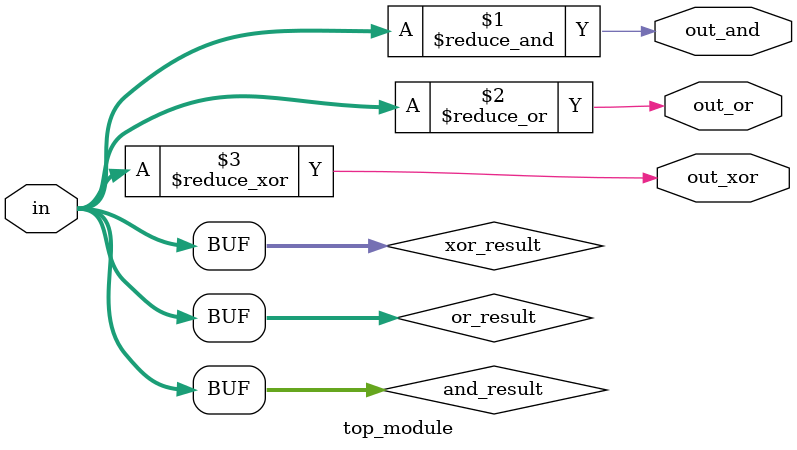
<source format=sv>
module top_module (
    input [99:0] in,
    output out_and,
    output out_or,
    output out_xor
);

wire [99:0] and_result;
wire [99:0] or_result;
wire [99:0] xor_result;

genvar i;
generate
    for (i = 0; i < 100; i = i + 1) begin
        assign and_result[i] = in[i];
        assign or_result[i] = in[i];
        assign xor_result[i] = in[i];
    end
endgenerate

assign out_and = &and_result;
assign out_or = |or_result;
assign out_xor = ^xor_result;

endmodule

</source>
